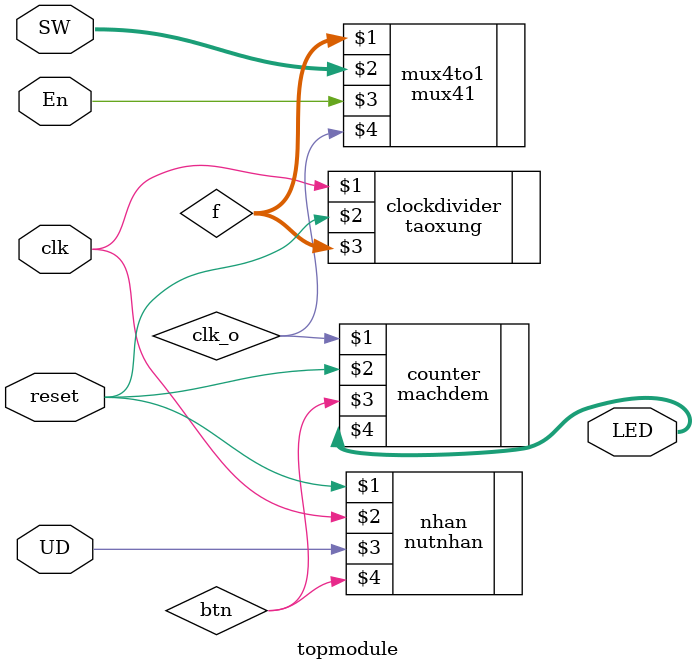
<source format=v>
`timescale 1ns / 1ps
module topmodule(
input wire clk, reset,
input wire [1:0] SW,
input wire UD,
input wire En,
output wire [7:0]LED );
wire [3:0]f;
wire clk_o;
wire btn;
taoxung clockdivider (clk, reset, f) ;
mux41 mux4to1 (f,SW,En,clk_o);
nutnhan nhan (reset, clk, UD, btn);
machdem counter (clk_o, reset,btn,LED);
endmodule

</source>
